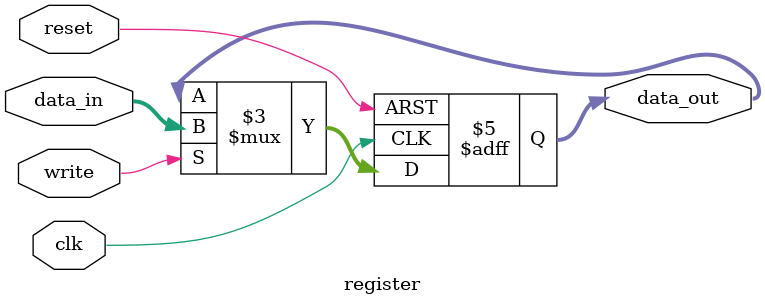
<source format=v>
module register(clk,reset,write,data_in,data_out);
input clk,reset,write;
input [7:0] data_in;
output reg [7:0] data_out;
always @(posedge clk or posedge reset)
	if(reset)
		data_out<=0;
	else if(write)
		data_out<=data_in;
	else 
		data_out=data_out;
	
endmodule 
</source>
